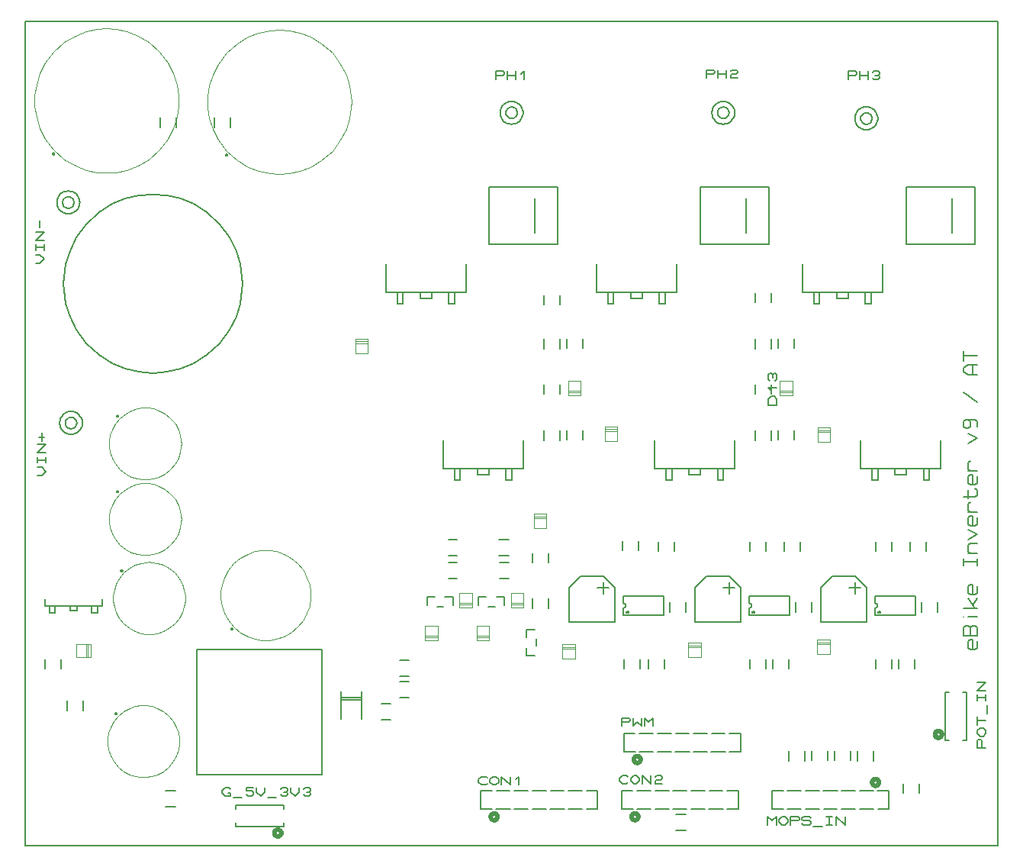
<source format=gbr>
G04 PROTEUS RS274X GERBER FILE*
%FSLAX45Y45*%
%MOMM*%
G01*
%ADD38C,0.203200*%
%ADD47C,0.101600*%
%ADD48C,0.200000*%
%ADD11C,0.508000*%
%ADD49C,0.152400*%
%ADD50C,0.120000*%
D38*
X-1079500Y-6413500D02*
X+9715500Y-6413500D01*
X+9715500Y+2730500D01*
X-1079500Y+2730500D01*
X-1079500Y-6413500D01*
X+6413500Y+254000D02*
X+7175500Y+254000D01*
X+7175500Y+889000D01*
X+6413500Y+889000D01*
X+6413500Y+254000D01*
X+6921500Y+762000D02*
X+6921500Y+381000D01*
X+8699500Y+254000D02*
X+9461500Y+254000D01*
X+9461500Y+889000D01*
X+8699500Y+889000D01*
X+8699500Y+254000D01*
X+9207500Y+762000D02*
X+9207500Y+381000D01*
X+4064000Y+254000D02*
X+4826000Y+254000D01*
X+4826000Y+889000D01*
X+4064000Y+889000D01*
X+4064000Y+254000D01*
X+4572000Y+762000D02*
X+4572000Y+381000D01*
X+4445000Y+1714500D02*
X+4444573Y+1724909D01*
X+4441101Y+1745728D01*
X+4433845Y+1766547D01*
X+4422017Y+1787366D01*
X+4403920Y+1808024D01*
X+4383101Y+1823545D01*
X+4362282Y+1833530D01*
X+4341463Y+1839314D01*
X+4320644Y+1841472D01*
X+4318000Y+1841500D01*
X+4191000Y+1714500D02*
X+4191427Y+1724909D01*
X+4194899Y+1745728D01*
X+4202155Y+1766547D01*
X+4213983Y+1787366D01*
X+4232080Y+1808024D01*
X+4252899Y+1823545D01*
X+4273718Y+1833530D01*
X+4294537Y+1839314D01*
X+4315356Y+1841472D01*
X+4318000Y+1841500D01*
X+4191000Y+1714500D02*
X+4191427Y+1704091D01*
X+4194899Y+1683272D01*
X+4202155Y+1662453D01*
X+4213983Y+1641634D01*
X+4232080Y+1620976D01*
X+4252899Y+1605455D01*
X+4273718Y+1595470D01*
X+4294537Y+1589686D01*
X+4315356Y+1587528D01*
X+4318000Y+1587500D01*
X+4445000Y+1714500D02*
X+4444573Y+1704091D01*
X+4441101Y+1683272D01*
X+4433845Y+1662453D01*
X+4422017Y+1641634D01*
X+4403920Y+1620976D01*
X+4383101Y+1605455D01*
X+4362282Y+1595470D01*
X+4341463Y+1589686D01*
X+4320644Y+1587528D01*
X+4318000Y+1587500D01*
X+4381500Y+1714500D02*
X+4381283Y+1719747D01*
X+4379518Y+1730242D01*
X+4375826Y+1740737D01*
X+4369798Y+1751232D01*
X+4360576Y+1761612D01*
X+4350081Y+1769300D01*
X+4339586Y+1774218D01*
X+4329091Y+1777024D01*
X+4318596Y+1777997D01*
X+4318000Y+1778000D01*
X+4254500Y+1714500D02*
X+4254717Y+1719747D01*
X+4256482Y+1730242D01*
X+4260174Y+1740737D01*
X+4266202Y+1751232D01*
X+4275424Y+1761612D01*
X+4285919Y+1769300D01*
X+4296414Y+1774218D01*
X+4306909Y+1777024D01*
X+4317404Y+1777997D01*
X+4318000Y+1778000D01*
X+4254500Y+1714500D02*
X+4254717Y+1709253D01*
X+4256482Y+1698758D01*
X+4260174Y+1688263D01*
X+4266202Y+1677768D01*
X+4275424Y+1667388D01*
X+4285919Y+1659700D01*
X+4296414Y+1654782D01*
X+4306909Y+1651976D01*
X+4317404Y+1651003D01*
X+4318000Y+1651000D01*
X+4381500Y+1714500D02*
X+4381283Y+1709253D01*
X+4379518Y+1698758D01*
X+4375826Y+1688263D01*
X+4369798Y+1677768D01*
X+4360576Y+1667388D01*
X+4350081Y+1659700D01*
X+4339586Y+1654782D01*
X+4329091Y+1651976D01*
X+4318596Y+1651003D01*
X+4318000Y+1651000D01*
X+4140200Y+2085340D02*
X+4140200Y+2176780D01*
X+4219575Y+2176780D01*
X+4235450Y+2161540D01*
X+4235450Y+2146300D01*
X+4219575Y+2131060D01*
X+4140200Y+2131060D01*
X+4267200Y+2085340D02*
X+4267200Y+2176780D01*
X+4362450Y+2176780D02*
X+4362450Y+2085340D01*
X+4267200Y+2131060D02*
X+4362450Y+2131060D01*
X+4425950Y+2146300D02*
X+4457700Y+2176780D01*
X+4457700Y+2085340D01*
X+6794500Y+1714500D02*
X+6794073Y+1724909D01*
X+6790601Y+1745728D01*
X+6783345Y+1766547D01*
X+6771517Y+1787366D01*
X+6753420Y+1808024D01*
X+6732601Y+1823545D01*
X+6711782Y+1833530D01*
X+6690963Y+1839314D01*
X+6670144Y+1841472D01*
X+6667500Y+1841500D01*
X+6540500Y+1714500D02*
X+6540927Y+1724909D01*
X+6544399Y+1745728D01*
X+6551655Y+1766547D01*
X+6563483Y+1787366D01*
X+6581580Y+1808024D01*
X+6602399Y+1823545D01*
X+6623218Y+1833530D01*
X+6644037Y+1839314D01*
X+6664856Y+1841472D01*
X+6667500Y+1841500D01*
X+6540500Y+1714500D02*
X+6540927Y+1704091D01*
X+6544399Y+1683272D01*
X+6551655Y+1662453D01*
X+6563483Y+1641634D01*
X+6581580Y+1620976D01*
X+6602399Y+1605455D01*
X+6623218Y+1595470D01*
X+6644037Y+1589686D01*
X+6664856Y+1587528D01*
X+6667500Y+1587500D01*
X+6794500Y+1714500D02*
X+6794073Y+1704091D01*
X+6790601Y+1683272D01*
X+6783345Y+1662453D01*
X+6771517Y+1641634D01*
X+6753420Y+1620976D01*
X+6732601Y+1605455D01*
X+6711782Y+1595470D01*
X+6690963Y+1589686D01*
X+6670144Y+1587528D01*
X+6667500Y+1587500D01*
X+6731000Y+1714500D02*
X+6730783Y+1719747D01*
X+6729018Y+1730242D01*
X+6725326Y+1740737D01*
X+6719298Y+1751232D01*
X+6710076Y+1761612D01*
X+6699581Y+1769300D01*
X+6689086Y+1774218D01*
X+6678591Y+1777024D01*
X+6668096Y+1777997D01*
X+6667500Y+1778000D01*
X+6604000Y+1714500D02*
X+6604217Y+1719747D01*
X+6605982Y+1730242D01*
X+6609674Y+1740737D01*
X+6615702Y+1751232D01*
X+6624924Y+1761612D01*
X+6635419Y+1769300D01*
X+6645914Y+1774218D01*
X+6656409Y+1777024D01*
X+6666904Y+1777997D01*
X+6667500Y+1778000D01*
X+6604000Y+1714500D02*
X+6604217Y+1709253D01*
X+6605982Y+1698758D01*
X+6609674Y+1688263D01*
X+6615702Y+1677768D01*
X+6624924Y+1667388D01*
X+6635419Y+1659700D01*
X+6645914Y+1654782D01*
X+6656409Y+1651976D01*
X+6666904Y+1651003D01*
X+6667500Y+1651000D01*
X+6731000Y+1714500D02*
X+6730783Y+1709253D01*
X+6729018Y+1698758D01*
X+6725326Y+1688263D01*
X+6719298Y+1677768D01*
X+6710076Y+1667388D01*
X+6699581Y+1659700D01*
X+6689086Y+1654782D01*
X+6678591Y+1651976D01*
X+6668096Y+1651003D01*
X+6667500Y+1651000D01*
X+6477000Y+2098040D02*
X+6477000Y+2189480D01*
X+6556375Y+2189480D01*
X+6572250Y+2174240D01*
X+6572250Y+2159000D01*
X+6556375Y+2143760D01*
X+6477000Y+2143760D01*
X+6604000Y+2098040D02*
X+6604000Y+2189480D01*
X+6699250Y+2189480D02*
X+6699250Y+2098040D01*
X+6604000Y+2143760D02*
X+6699250Y+2143760D01*
X+6746875Y+2174240D02*
X+6762750Y+2189480D01*
X+6810375Y+2189480D01*
X+6826250Y+2174240D01*
X+6826250Y+2159000D01*
X+6810375Y+2143760D01*
X+6762750Y+2143760D01*
X+6746875Y+2128520D01*
X+6746875Y+2098040D01*
X+6826250Y+2098040D01*
X+8382000Y+1651000D02*
X+8381573Y+1661409D01*
X+8378101Y+1682228D01*
X+8370845Y+1703047D01*
X+8359017Y+1723866D01*
X+8340920Y+1744524D01*
X+8320101Y+1760045D01*
X+8299282Y+1770030D01*
X+8278463Y+1775814D01*
X+8257644Y+1777972D01*
X+8255000Y+1778000D01*
X+8128000Y+1651000D02*
X+8128427Y+1661409D01*
X+8131899Y+1682228D01*
X+8139155Y+1703047D01*
X+8150983Y+1723866D01*
X+8169080Y+1744524D01*
X+8189899Y+1760045D01*
X+8210718Y+1770030D01*
X+8231537Y+1775814D01*
X+8252356Y+1777972D01*
X+8255000Y+1778000D01*
X+8128000Y+1651000D02*
X+8128427Y+1640591D01*
X+8131899Y+1619772D01*
X+8139155Y+1598953D01*
X+8150983Y+1578134D01*
X+8169080Y+1557476D01*
X+8189899Y+1541955D01*
X+8210718Y+1531970D01*
X+8231537Y+1526186D01*
X+8252356Y+1524028D01*
X+8255000Y+1524000D01*
X+8382000Y+1651000D02*
X+8381573Y+1640591D01*
X+8378101Y+1619772D01*
X+8370845Y+1598953D01*
X+8359017Y+1578134D01*
X+8340920Y+1557476D01*
X+8320101Y+1541955D01*
X+8299282Y+1531970D01*
X+8278463Y+1526186D01*
X+8257644Y+1524028D01*
X+8255000Y+1524000D01*
X+8318500Y+1651000D02*
X+8318283Y+1656247D01*
X+8316518Y+1666742D01*
X+8312826Y+1677237D01*
X+8306798Y+1687732D01*
X+8297576Y+1698112D01*
X+8287081Y+1705800D01*
X+8276586Y+1710718D01*
X+8266091Y+1713524D01*
X+8255596Y+1714497D01*
X+8255000Y+1714500D01*
X+8191500Y+1651000D02*
X+8191717Y+1656247D01*
X+8193482Y+1666742D01*
X+8197174Y+1677237D01*
X+8203202Y+1687732D01*
X+8212424Y+1698112D01*
X+8222919Y+1705800D01*
X+8233414Y+1710718D01*
X+8243909Y+1713524D01*
X+8254404Y+1714497D01*
X+8255000Y+1714500D01*
X+8191500Y+1651000D02*
X+8191717Y+1645753D01*
X+8193482Y+1635258D01*
X+8197174Y+1624763D01*
X+8203202Y+1614268D01*
X+8212424Y+1603888D01*
X+8222919Y+1596200D01*
X+8233414Y+1591282D01*
X+8243909Y+1588476D01*
X+8254404Y+1587503D01*
X+8255000Y+1587500D01*
X+8318500Y+1651000D02*
X+8318283Y+1645753D01*
X+8316518Y+1635258D01*
X+8312826Y+1624763D01*
X+8306798Y+1614268D01*
X+8297576Y+1603888D01*
X+8287081Y+1596200D01*
X+8276586Y+1591282D01*
X+8266091Y+1588476D01*
X+8255596Y+1587503D01*
X+8255000Y+1587500D01*
X+8051800Y+2085340D02*
X+8051800Y+2176780D01*
X+8131175Y+2176780D01*
X+8147050Y+2161540D01*
X+8147050Y+2146300D01*
X+8131175Y+2131060D01*
X+8051800Y+2131060D01*
X+8178800Y+2085340D02*
X+8178800Y+2176780D01*
X+8274050Y+2176780D02*
X+8274050Y+2085340D01*
X+8178800Y+2131060D02*
X+8274050Y+2131060D01*
X+8321675Y+2161540D02*
X+8337550Y+2176780D01*
X+8385175Y+2176780D01*
X+8401050Y+2161540D01*
X+8401050Y+2146300D01*
X+8385175Y+2131060D01*
X+8401050Y+2115820D01*
X+8401050Y+2100580D01*
X+8385175Y+2085340D01*
X+8337550Y+2085340D01*
X+8321675Y+2100580D01*
X+8353425Y+2131060D02*
X+8385175Y+2131060D01*
X-863600Y-3683000D02*
X-863600Y-3759200D01*
X-228600Y-3759200D01*
X-228600Y-3683000D01*
X-584200Y-3759200D02*
X-584200Y-3810000D01*
X-508000Y-3810000D01*
X-508000Y-3759200D01*
X-812800Y-3759200D02*
X-812800Y-3835400D01*
X-749300Y-3835400D01*
X-749300Y-3759200D01*
X-279400Y-3759200D02*
X-279400Y-3835400D01*
X-342900Y-3835400D01*
X-342900Y-3759200D02*
X-342900Y-3835400D01*
D47*
X-384910Y-4324500D02*
X-384910Y-4184500D01*
X-404910Y-4324500D02*
X-404910Y-4184500D01*
X-514910Y-4324500D02*
X-354910Y-4324500D01*
X-354910Y-4184500D01*
X-514910Y-4184500D01*
X-514910Y-4324500D01*
D48*
X-684700Y-4449500D02*
X-684700Y-4349500D01*
X-864700Y-4449500D02*
X-864700Y-4349500D01*
D38*
X+825500Y-5626100D02*
X+2209800Y-5626100D01*
X+2209800Y-4241800D01*
X+825500Y-4241800D01*
X+825500Y-5626100D01*
X+2425700Y-4772600D02*
X+2654300Y-4772600D01*
X+2654300Y-4798000D02*
X+2425700Y-4798000D01*
X+2425700Y-5013900D02*
X+2425700Y-4709100D01*
X+2654300Y-5013900D02*
X+2654300Y-4709100D01*
D48*
X-617800Y-4806700D02*
X-617800Y-4916700D01*
X-437800Y-4806700D02*
X-437800Y-4916700D01*
X+3179500Y-4355000D02*
X+3079500Y-4355000D01*
X+3179500Y-4535000D02*
X+3079500Y-4535000D01*
X+418000Y+1665500D02*
X+418000Y+1555500D01*
X+598000Y+1665500D02*
X+598000Y+1555500D01*
X+1014900Y+1665500D02*
X+1014900Y+1555500D01*
X+1194900Y+1665500D02*
X+1194900Y+1555500D01*
D38*
X-475309Y+718491D02*
X-475736Y+728900D01*
X-479208Y+749719D01*
X-486464Y+770538D01*
X-498292Y+791357D01*
X-516389Y+812015D01*
X-537208Y+827536D01*
X-558027Y+837521D01*
X-578846Y+843305D01*
X-599665Y+845463D01*
X-602309Y+845491D01*
X-729309Y+718491D02*
X-728882Y+728900D01*
X-725410Y+749719D01*
X-718154Y+770538D01*
X-706326Y+791357D01*
X-688229Y+812015D01*
X-667410Y+827536D01*
X-646591Y+837521D01*
X-625772Y+843305D01*
X-604953Y+845463D01*
X-602309Y+845491D01*
X-729309Y+718491D02*
X-728882Y+708082D01*
X-725410Y+687263D01*
X-718154Y+666444D01*
X-706326Y+645625D01*
X-688229Y+624967D01*
X-667410Y+609446D01*
X-646591Y+599461D01*
X-625772Y+593677D01*
X-604953Y+591519D01*
X-602309Y+591491D01*
X-475309Y+718491D02*
X-475736Y+708082D01*
X-479208Y+687263D01*
X-486464Y+666444D01*
X-498292Y+645625D01*
X-516389Y+624967D01*
X-537208Y+609446D01*
X-558027Y+599461D01*
X-578846Y+593677D01*
X-599665Y+591519D01*
X-602309Y+591491D01*
X-538809Y+718491D02*
X-539026Y+723738D01*
X-540791Y+734233D01*
X-544483Y+744728D01*
X-550511Y+755223D01*
X-559733Y+765603D01*
X-570228Y+773291D01*
X-580723Y+778209D01*
X-591218Y+781015D01*
X-601713Y+781988D01*
X-602309Y+781991D01*
X-665809Y+718491D02*
X-665592Y+723738D01*
X-663827Y+734233D01*
X-660135Y+744728D01*
X-654107Y+755223D01*
X-644885Y+765603D01*
X-634390Y+773291D01*
X-623895Y+778209D01*
X-613400Y+781015D01*
X-602905Y+781988D01*
X-602309Y+781991D01*
X-665809Y+718491D02*
X-665592Y+713244D01*
X-663827Y+702749D01*
X-660135Y+692254D01*
X-654107Y+681759D01*
X-644885Y+671379D01*
X-634390Y+663691D01*
X-623895Y+658773D01*
X-613400Y+655967D01*
X-602905Y+654994D01*
X-602309Y+654991D01*
X-538809Y+718491D02*
X-539026Y+713244D01*
X-540791Y+702749D01*
X-544483Y+692254D01*
X-550511Y+681759D01*
X-559733Y+671379D01*
X-570228Y+663691D01*
X-580723Y+658773D01*
X-591218Y+655967D01*
X-601713Y+654994D01*
X-602309Y+654991D01*
X-962989Y+45391D02*
X-917269Y+45391D01*
X-871549Y+93016D01*
X-917269Y+140641D01*
X-962989Y+140641D01*
X-962989Y+188266D02*
X-962989Y+251766D01*
X-962989Y+220016D02*
X-871549Y+220016D01*
X-871549Y+188266D02*
X-871549Y+251766D01*
X-871549Y+299391D02*
X-962989Y+299391D01*
X-871549Y+394641D01*
X-962989Y+394641D01*
X-917269Y+442266D02*
X-917269Y+521641D01*
X-444500Y-1727200D02*
X-444927Y-1716791D01*
X-448399Y-1695972D01*
X-455655Y-1675153D01*
X-467483Y-1654334D01*
X-485580Y-1633676D01*
X-506399Y-1618155D01*
X-527218Y-1608170D01*
X-548037Y-1602386D01*
X-568856Y-1600228D01*
X-571500Y-1600200D01*
X-698500Y-1727200D02*
X-698073Y-1716791D01*
X-694601Y-1695972D01*
X-687345Y-1675153D01*
X-675517Y-1654334D01*
X-657420Y-1633676D01*
X-636601Y-1618155D01*
X-615782Y-1608170D01*
X-594963Y-1602386D01*
X-574144Y-1600228D01*
X-571500Y-1600200D01*
X-698500Y-1727200D02*
X-698073Y-1737609D01*
X-694601Y-1758428D01*
X-687345Y-1779247D01*
X-675517Y-1800066D01*
X-657420Y-1820724D01*
X-636601Y-1836245D01*
X-615782Y-1846230D01*
X-594963Y-1852014D01*
X-574144Y-1854172D01*
X-571500Y-1854200D01*
X-444500Y-1727200D02*
X-444927Y-1737609D01*
X-448399Y-1758428D01*
X-455655Y-1779247D01*
X-467483Y-1800066D01*
X-485580Y-1820724D01*
X-506399Y-1836245D01*
X-527218Y-1846230D01*
X-548037Y-1852014D01*
X-568856Y-1854172D01*
X-571500Y-1854200D01*
X-508000Y-1727200D02*
X-508217Y-1721953D01*
X-509982Y-1711458D01*
X-513674Y-1700963D01*
X-519702Y-1690468D01*
X-528924Y-1680088D01*
X-539419Y-1672400D01*
X-549914Y-1667482D01*
X-560409Y-1664676D01*
X-570904Y-1663703D01*
X-571500Y-1663700D01*
X-635000Y-1727200D02*
X-634783Y-1721953D01*
X-633018Y-1711458D01*
X-629326Y-1700963D01*
X-623298Y-1690468D01*
X-614076Y-1680088D01*
X-603581Y-1672400D01*
X-593086Y-1667482D01*
X-582591Y-1664676D01*
X-572096Y-1663703D01*
X-571500Y-1663700D01*
X-635000Y-1727200D02*
X-634783Y-1732447D01*
X-633018Y-1742942D01*
X-629326Y-1753437D01*
X-623298Y-1763932D01*
X-614076Y-1774312D01*
X-603581Y-1782000D01*
X-593086Y-1786918D01*
X-582591Y-1789724D01*
X-572096Y-1790697D01*
X-571500Y-1790700D01*
X-508000Y-1727200D02*
X-508217Y-1732447D01*
X-509982Y-1742942D01*
X-513674Y-1753437D01*
X-519702Y-1763932D01*
X-528924Y-1774312D01*
X-539419Y-1782000D01*
X-549914Y-1786918D01*
X-560409Y-1789724D01*
X-570904Y-1790697D01*
X-571500Y-1790700D01*
X-942340Y-2311400D02*
X-896620Y-2311400D01*
X-850900Y-2263775D01*
X-896620Y-2216150D01*
X-942340Y-2216150D01*
X-942340Y-2168525D02*
X-942340Y-2105025D01*
X-942340Y-2136775D02*
X-850900Y-2136775D01*
X-850900Y-2168525D02*
X-850900Y-2105025D01*
X-850900Y-2057400D02*
X-942340Y-2057400D01*
X-850900Y-1962150D01*
X-942340Y-1962150D01*
X-896620Y-1930400D02*
X-896620Y-1835150D01*
X-927100Y-1882775D02*
X-866140Y-1882775D01*
D48*
X+5942500Y-3043500D02*
X+5942500Y-3143500D01*
X+6122500Y-3043500D02*
X+6122500Y-3143500D01*
X+5548800Y-3041400D02*
X+5548800Y-3141400D01*
X+5728800Y-3041400D02*
X+5728800Y-3141400D01*
D38*
X+5554980Y-3860800D02*
X+5554980Y-3779838D01*
X+5565601Y-3777756D01*
X+5574167Y-3772036D01*
X+5579886Y-3763471D01*
X+5581968Y-3752850D01*
X+5554980Y-3725862D02*
X+5565601Y-3727944D01*
X+5574167Y-3733664D01*
X+5579886Y-3742229D01*
X+5581968Y-3752850D01*
X+5554980Y-3725862D02*
X+5554980Y-3644900D01*
X+6002020Y-3784600D02*
X+6002020Y-3721100D01*
X+5588000Y-3860800D02*
X+5969000Y-3860800D01*
X+5588000Y-3644900D02*
X+5969000Y-3644900D01*
X+5588000Y-3860800D02*
X+5554980Y-3860800D01*
X+5554980Y-3644900D02*
X+5588000Y-3644900D01*
X+6002020Y-3721100D02*
X+6002020Y-3644900D01*
X+5969000Y-3644900D01*
X+5969000Y-3860800D02*
X+6002020Y-3860800D01*
X+6002020Y-3784600D01*
X+5614416Y-3825240D02*
X+5614381Y-3824395D01*
X+5614094Y-3822704D01*
X+5613495Y-3821013D01*
X+5612515Y-3819322D01*
X+5611015Y-3817654D01*
X+5609324Y-3816434D01*
X+5607633Y-3815658D01*
X+5605942Y-3815221D01*
X+5604256Y-3815080D01*
X+5594096Y-3825240D02*
X+5594131Y-3824395D01*
X+5594418Y-3822704D01*
X+5595017Y-3821013D01*
X+5595997Y-3819322D01*
X+5597497Y-3817654D01*
X+5599188Y-3816434D01*
X+5600879Y-3815658D01*
X+5602570Y-3815221D01*
X+5604256Y-3815080D01*
X+5594096Y-3825240D02*
X+5594131Y-3826085D01*
X+5594418Y-3827776D01*
X+5595017Y-3829467D01*
X+5595997Y-3831158D01*
X+5597497Y-3832826D01*
X+5599188Y-3834046D01*
X+5600879Y-3834822D01*
X+5602570Y-3835259D01*
X+5604256Y-3835400D01*
X+5614416Y-3825240D02*
X+5614381Y-3826085D01*
X+5614094Y-3827776D01*
X+5613495Y-3829467D01*
X+5612515Y-3831158D01*
X+5611015Y-3832826D01*
X+5609324Y-3834046D01*
X+5607633Y-3834822D01*
X+5605942Y-3835259D01*
X+5604256Y-3835400D01*
X+6951980Y-3860800D02*
X+6951980Y-3779838D01*
X+6962601Y-3777756D01*
X+6971167Y-3772036D01*
X+6976886Y-3763471D01*
X+6978968Y-3752850D01*
X+6951980Y-3725862D02*
X+6962601Y-3727944D01*
X+6971167Y-3733664D01*
X+6976886Y-3742229D01*
X+6978968Y-3752850D01*
X+6951980Y-3725862D02*
X+6951980Y-3644900D01*
X+7399020Y-3784600D02*
X+7399020Y-3721100D01*
X+6985000Y-3860800D02*
X+7366000Y-3860800D01*
X+6985000Y-3644900D02*
X+7366000Y-3644900D01*
X+6985000Y-3860800D02*
X+6951980Y-3860800D01*
X+6951980Y-3644900D02*
X+6985000Y-3644900D01*
X+7399020Y-3721100D02*
X+7399020Y-3644900D01*
X+7366000Y-3644900D01*
X+7366000Y-3860800D02*
X+7399020Y-3860800D01*
X+7399020Y-3784600D01*
X+7011416Y-3825240D02*
X+7011381Y-3824395D01*
X+7011094Y-3822704D01*
X+7010495Y-3821013D01*
X+7009515Y-3819322D01*
X+7008015Y-3817654D01*
X+7006324Y-3816434D01*
X+7004633Y-3815658D01*
X+7002942Y-3815221D01*
X+7001256Y-3815080D01*
X+6991096Y-3825240D02*
X+6991131Y-3824395D01*
X+6991418Y-3822704D01*
X+6992017Y-3821013D01*
X+6992997Y-3819322D01*
X+6994497Y-3817654D01*
X+6996188Y-3816434D01*
X+6997879Y-3815658D01*
X+6999570Y-3815221D01*
X+7001256Y-3815080D01*
X+6991096Y-3825240D02*
X+6991131Y-3826085D01*
X+6991418Y-3827776D01*
X+6992017Y-3829467D01*
X+6992997Y-3831158D01*
X+6994497Y-3832826D01*
X+6996188Y-3834046D01*
X+6997879Y-3834822D01*
X+6999570Y-3835259D01*
X+7001256Y-3835400D01*
X+7011416Y-3825240D02*
X+7011381Y-3826085D01*
X+7011094Y-3827776D01*
X+7010495Y-3829467D01*
X+7009515Y-3831158D01*
X+7008015Y-3832826D01*
X+7006324Y-3834046D01*
X+7004633Y-3834822D01*
X+7002942Y-3835259D01*
X+7001256Y-3835400D01*
X+8348980Y-3860800D02*
X+8348980Y-3779838D01*
X+8359601Y-3777756D01*
X+8368167Y-3772036D01*
X+8373886Y-3763471D01*
X+8375968Y-3752850D01*
X+8348980Y-3725862D02*
X+8359601Y-3727944D01*
X+8368167Y-3733664D01*
X+8373886Y-3742229D01*
X+8375968Y-3752850D01*
X+8348980Y-3725862D02*
X+8348980Y-3644900D01*
X+8796020Y-3784600D02*
X+8796020Y-3721100D01*
X+8382000Y-3860800D02*
X+8763000Y-3860800D01*
X+8382000Y-3644900D02*
X+8763000Y-3644900D01*
X+8382000Y-3860800D02*
X+8348980Y-3860800D01*
X+8348980Y-3644900D02*
X+8382000Y-3644900D01*
X+8796020Y-3721100D02*
X+8796020Y-3644900D01*
X+8763000Y-3644900D01*
X+8763000Y-3860800D02*
X+8796020Y-3860800D01*
X+8796020Y-3784600D01*
X+8408416Y-3825240D02*
X+8408381Y-3824395D01*
X+8408094Y-3822704D01*
X+8407495Y-3821013D01*
X+8406515Y-3819322D01*
X+8405015Y-3817654D01*
X+8403324Y-3816434D01*
X+8401633Y-3815658D01*
X+8399942Y-3815221D01*
X+8398256Y-3815080D01*
X+8388096Y-3825240D02*
X+8388131Y-3824395D01*
X+8388418Y-3822704D01*
X+8389017Y-3821013D01*
X+8389997Y-3819322D01*
X+8391497Y-3817654D01*
X+8393188Y-3816434D01*
X+8394879Y-3815658D01*
X+8396570Y-3815221D01*
X+8398256Y-3815080D01*
X+8388096Y-3825240D02*
X+8388131Y-3826085D01*
X+8388418Y-3827776D01*
X+8389017Y-3829467D01*
X+8389997Y-3831158D01*
X+8391497Y-3832826D01*
X+8393188Y-3834046D01*
X+8394879Y-3834822D01*
X+8396570Y-3835259D01*
X+8398256Y-3835400D01*
X+8408416Y-3825240D02*
X+8408381Y-3826085D01*
X+8408094Y-3827776D01*
X+8407495Y-3829467D01*
X+8406515Y-3831158D01*
X+8405015Y-3832826D01*
X+8403324Y-3834046D01*
X+8401633Y-3834822D01*
X+8399942Y-3835259D01*
X+8398256Y-3835400D01*
D48*
X+6958500Y-3043500D02*
X+6958500Y-3143500D01*
X+7138500Y-3043500D02*
X+7138500Y-3143500D01*
D38*
X+5461000Y-3556000D02*
X+5334000Y-3429000D01*
X+5080000Y-3429000D01*
X+4953000Y-3556000D01*
X+4953000Y-3937000D01*
X+5461000Y-3937000D01*
X+5461000Y-3556000D01*
X+5334000Y-3492500D02*
X+5334000Y-3619500D01*
X+5397500Y-3556000D02*
X+5270500Y-3556000D01*
X+6858000Y-3556000D02*
X+6731000Y-3429000D01*
X+6477000Y-3429000D01*
X+6350000Y-3556000D01*
X+6350000Y-3937000D01*
X+6858000Y-3937000D01*
X+6858000Y-3556000D01*
X+6731000Y-3492500D02*
X+6731000Y-3619500D01*
X+6794500Y-3556000D02*
X+6667500Y-3556000D01*
X+8255000Y-3556000D02*
X+8128000Y-3429000D01*
X+7874000Y-3429000D01*
X+7747000Y-3556000D01*
X+7747000Y-3937000D01*
X+8255000Y-3937000D01*
X+8255000Y-3556000D01*
X+8128000Y-3492500D02*
X+8128000Y-3619500D01*
X+8191500Y-3556000D02*
X+8064500Y-3556000D01*
D47*
X+5023000Y-4213960D02*
X+4883000Y-4213960D01*
X+5023000Y-4233960D02*
X+4883000Y-4233960D01*
X+4883000Y-4343960D02*
X+5023000Y-4343960D01*
X+5023000Y-4183960D01*
X+4883000Y-4183960D01*
X+4883000Y-4343960D01*
X+6420000Y-4194910D02*
X+6280000Y-4194910D01*
X+6420000Y-4214910D02*
X+6280000Y-4214910D01*
X+6280000Y-4324910D02*
X+6420000Y-4324910D01*
X+6420000Y-4164910D01*
X+6280000Y-4164910D01*
X+6280000Y-4324910D01*
X+7848750Y-4163160D02*
X+7708750Y-4163160D01*
X+7848750Y-4183160D02*
X+7708750Y-4183160D01*
X+7708750Y-4293160D02*
X+7848750Y-4293160D01*
X+7848750Y-4133160D01*
X+7708750Y-4133160D01*
X+7708750Y-4293160D01*
D48*
X+6069500Y-3714500D02*
X+6069500Y-3824500D01*
X+6249500Y-3714500D02*
X+6249500Y-3824500D01*
X+7466500Y-3714500D02*
X+7466500Y-3824500D01*
X+7646500Y-3714500D02*
X+7646500Y-3824500D01*
X+8863500Y-3714500D02*
X+8863500Y-3824500D01*
X+9043500Y-3714500D02*
X+9043500Y-3824500D01*
X+7339500Y-3043500D02*
X+7339500Y-3143500D01*
X+7519500Y-3043500D02*
X+7519500Y-3143500D01*
X+8355500Y-3043500D02*
X+8355500Y-3143500D01*
X+8535500Y-3043500D02*
X+8535500Y-3143500D01*
X+8736500Y-3043500D02*
X+8736500Y-3143500D01*
X+8916500Y-3043500D02*
X+8916500Y-3143500D01*
X+5741500Y-4449500D02*
X+5741500Y-4349500D01*
X+5561500Y-4449500D02*
X+5561500Y-4349500D01*
X+6013000Y-4449500D02*
X+6013000Y-4349500D01*
X+5833000Y-4449500D02*
X+5833000Y-4349500D01*
X+7138500Y-4449500D02*
X+7138500Y-4349500D01*
X+6958500Y-4449500D02*
X+6958500Y-4349500D01*
X+4926500Y-793500D02*
X+4926500Y-893500D01*
X+5106500Y-793500D02*
X+5106500Y-893500D01*
X+4672500Y-313000D02*
X+4672500Y-413000D01*
X+4852500Y-313000D02*
X+4852500Y-413000D01*
X+4926500Y-1809500D02*
X+4926500Y-1909500D01*
X+5106500Y-1809500D02*
X+5106500Y-1909500D01*
X+4672500Y-1301500D02*
X+4672500Y-1401500D01*
X+4852500Y-1301500D02*
X+4852500Y-1401500D01*
X+4672500Y-793500D02*
X+4672500Y-903500D01*
X+4852500Y-793500D02*
X+4852500Y-903500D01*
X+4672500Y-1809500D02*
X+4672500Y-1919500D01*
X+4852500Y-1809500D02*
X+4852500Y-1919500D01*
X+7022000Y-793500D02*
X+7022000Y-903500D01*
X+7202000Y-793500D02*
X+7202000Y-903500D01*
X+7022000Y-1809500D02*
X+7022000Y-1919500D01*
X+7202000Y-1809500D02*
X+7202000Y-1919500D01*
X+7276000Y-793500D02*
X+7276000Y-893500D01*
X+7456000Y-793500D02*
X+7456000Y-893500D01*
X+7022000Y-285500D02*
X+7022000Y-385500D01*
X+7202000Y-285500D02*
X+7202000Y-385500D01*
X+7276000Y-1809500D02*
X+7276000Y-1909500D01*
X+7456000Y-1809500D02*
X+7456000Y-1909500D01*
X+7022000Y-1301500D02*
X+7022000Y-1401500D01*
X+7202000Y-1301500D02*
X+7202000Y-1401500D01*
D38*
X+3667760Y-3655060D02*
X+3578860Y-3655060D01*
X+3561080Y-3766820D02*
X+3489960Y-3766820D01*
X+3667760Y-3655060D02*
X+3667760Y-3746500D01*
X+3378200Y-3749040D02*
X+3378200Y-3655060D01*
X+3464560Y-3655060D01*
X+4239260Y-3655060D02*
X+4150360Y-3655060D01*
X+4132580Y-3766820D02*
X+4061460Y-3766820D01*
X+4239260Y-3655060D02*
X+4239260Y-3746500D01*
X+3949700Y-3749040D02*
X+3949700Y-3655060D01*
X+4036060Y-3655060D01*
X+4480560Y-4015740D02*
X+4480560Y-4104640D01*
X+4592320Y-4122420D02*
X+4592320Y-4193540D01*
X+4480560Y-4015740D02*
X+4572000Y-4015740D01*
X+4574540Y-4305300D02*
X+4480560Y-4305300D01*
X+4480560Y-4218940D01*
D47*
X+3740000Y-3742590D02*
X+3880000Y-3742590D01*
X+3740000Y-3722590D02*
X+3880000Y-3722590D01*
X+3740000Y-3772590D02*
X+3880000Y-3772590D01*
X+3880000Y-3612590D01*
X+3740000Y-3612590D01*
X+3740000Y-3772590D01*
X+3359000Y-4104540D02*
X+3499000Y-4104540D01*
X+3359000Y-4084540D02*
X+3499000Y-4084540D01*
X+3359000Y-4134540D02*
X+3499000Y-4134540D01*
X+3499000Y-3974540D01*
X+3359000Y-3974540D01*
X+3359000Y-4134540D01*
X+4311500Y-3742590D02*
X+4451500Y-3742590D01*
X+4311500Y-3722590D02*
X+4451500Y-3722590D01*
X+4311500Y-3772590D02*
X+4451500Y-3772590D01*
X+4451500Y-3612590D01*
X+4311500Y-3612590D01*
X+4311500Y-3772590D01*
X+3930500Y-4104540D02*
X+4070500Y-4104540D01*
X+3930500Y-4084540D02*
X+4070500Y-4084540D01*
X+3930500Y-4134540D02*
X+4070500Y-4134540D01*
X+4070500Y-3974540D01*
X+3930500Y-3974540D01*
X+3930500Y-4134540D01*
D48*
X+3615000Y-3455500D02*
X+3715000Y-3455500D01*
X+3615000Y-3275500D02*
X+3715000Y-3275500D01*
X+3615000Y-3201500D02*
X+3715000Y-3201500D01*
X+3615000Y-3021500D02*
X+3715000Y-3021500D01*
X+4286500Y-3275500D02*
X+4186500Y-3275500D01*
X+4286500Y-3455500D02*
X+4186500Y-3455500D01*
X+4545500Y-3170500D02*
X+4545500Y-3270500D01*
X+4725500Y-3170500D02*
X+4725500Y-3270500D01*
X+4725500Y-3778500D02*
X+4725500Y-3668500D01*
X+4545500Y-3778500D02*
X+4545500Y-3668500D01*
X+4286500Y-3021500D02*
X+4176500Y-3021500D01*
X+4286500Y-3201500D02*
X+4176500Y-3201500D01*
X+8789500Y-4449500D02*
X+8789500Y-4349500D01*
X+8609500Y-4449500D02*
X+8609500Y-4349500D01*
X+6255000Y-6069500D02*
X+6145000Y-6069500D01*
X+6255000Y-6249500D02*
X+6145000Y-6249500D01*
X+8335500Y-5475500D02*
X+8335500Y-5365500D01*
X+8155500Y-5475500D02*
X+8155500Y-5365500D01*
X+7573500Y-5475499D02*
X+7573500Y-5365499D01*
X+7393500Y-5475499D02*
X+7393500Y-5365499D01*
D11*
X+9093200Y-5181500D02*
X+9093069Y-5178342D01*
X+9092003Y-5172024D01*
X+9089772Y-5165706D01*
X+9086127Y-5159388D01*
X+9080552Y-5153149D01*
X+9074234Y-5148553D01*
X+9067916Y-5145620D01*
X+9061598Y-5143958D01*
X+9055280Y-5143400D01*
X+9055100Y-5143400D01*
X+9017000Y-5181500D02*
X+9017131Y-5178342D01*
X+9018197Y-5172024D01*
X+9020428Y-5165706D01*
X+9024073Y-5159388D01*
X+9029648Y-5153149D01*
X+9035966Y-5148553D01*
X+9042284Y-5145620D01*
X+9048602Y-5143958D01*
X+9054920Y-5143400D01*
X+9055100Y-5143400D01*
X+9017000Y-5181500D02*
X+9017131Y-5184658D01*
X+9018197Y-5190976D01*
X+9020428Y-5197294D01*
X+9024073Y-5203612D01*
X+9029648Y-5209851D01*
X+9035966Y-5214447D01*
X+9042284Y-5217380D01*
X+9048602Y-5219042D01*
X+9054920Y-5219600D01*
X+9055100Y-5219600D01*
X+9093200Y-5181500D02*
X+9093069Y-5184658D01*
X+9092003Y-5190976D01*
X+9089772Y-5197294D01*
X+9086127Y-5203612D01*
X+9080552Y-5209851D01*
X+9074234Y-5214447D01*
X+9067916Y-5217380D01*
X+9061598Y-5219042D01*
X+9055280Y-5219600D01*
X+9055100Y-5219600D01*
D49*
X+9126220Y-4711650D02*
X+9126220Y-5251350D01*
X+9169735Y-5251350D01*
X+9364980Y-5251350D02*
X+9364980Y-4711650D01*
X+9321465Y-4711650D01*
X+9169735Y-4711650D02*
X+9126220Y-4711650D01*
X+9321465Y-5251350D02*
X+9364980Y-5251350D01*
D38*
X+9580070Y-5330417D02*
X+9488630Y-5330417D01*
X+9488630Y-5251042D01*
X+9503870Y-5235167D01*
X+9519110Y-5235167D01*
X+9534350Y-5251042D01*
X+9534350Y-5330417D01*
X+9519110Y-5203417D02*
X+9488630Y-5171667D01*
X+9488630Y-5139917D01*
X+9519110Y-5108167D01*
X+9549590Y-5108167D01*
X+9580070Y-5139917D01*
X+9580070Y-5171667D01*
X+9549590Y-5203417D01*
X+9519110Y-5203417D01*
X+9488630Y-5076417D02*
X+9488630Y-4981167D01*
X+9488630Y-5028792D02*
X+9580070Y-5028792D01*
X+9595310Y-4949417D02*
X+9595310Y-4854167D01*
X+9488630Y-4806542D02*
X+9488630Y-4743042D01*
X+9488630Y-4774792D02*
X+9580070Y-4774792D01*
X+9580070Y-4806542D02*
X+9580070Y-4743042D01*
X+9580070Y-4695417D02*
X+9488630Y-4695417D01*
X+9580070Y-4600167D01*
X+9488630Y-4600167D01*
D48*
X+7392500Y-4449500D02*
X+7392500Y-4349500D01*
X+7212500Y-4449500D02*
X+7212500Y-4349500D01*
X+8535500Y-4449500D02*
X+8535500Y-4349500D01*
X+8355500Y-4449500D02*
X+8355500Y-4349500D01*
X+8663500Y-5730301D02*
X+8663500Y-5830301D01*
X+8843500Y-5730301D02*
X+8843500Y-5830301D01*
X+7901500Y-5365500D02*
X+7901500Y-5465500D01*
X+8081500Y-5365500D02*
X+8081500Y-5465500D01*
X+7647500Y-5365500D02*
X+7647500Y-5465500D01*
X+7827500Y-5365500D02*
X+7827500Y-5465500D01*
D11*
X+8394600Y-5715000D02*
X+8394469Y-5711842D01*
X+8393403Y-5705524D01*
X+8391172Y-5699206D01*
X+8387527Y-5692888D01*
X+8381952Y-5686649D01*
X+8375634Y-5682053D01*
X+8369316Y-5679120D01*
X+8362998Y-5677458D01*
X+8356680Y-5676900D01*
X+8356500Y-5676900D01*
X+8318400Y-5715000D02*
X+8318531Y-5711842D01*
X+8319597Y-5705524D01*
X+8321828Y-5699206D01*
X+8325473Y-5692888D01*
X+8331048Y-5686649D01*
X+8337366Y-5682053D01*
X+8343684Y-5679120D01*
X+8350002Y-5677458D01*
X+8356320Y-5676900D01*
X+8356500Y-5676900D01*
X+8318400Y-5715000D02*
X+8318531Y-5718158D01*
X+8319597Y-5724476D01*
X+8321828Y-5730794D01*
X+8325473Y-5737112D01*
X+8331048Y-5743351D01*
X+8337366Y-5747947D01*
X+8343684Y-5750880D01*
X+8350002Y-5752542D01*
X+8356320Y-5753100D01*
X+8356500Y-5753100D01*
X+8394600Y-5715000D02*
X+8394469Y-5718158D01*
X+8393403Y-5724476D01*
X+8391172Y-5730794D01*
X+8387527Y-5737112D01*
X+8381952Y-5743351D01*
X+8375634Y-5747947D01*
X+8369316Y-5750880D01*
X+8362998Y-5752542D01*
X+8356680Y-5753100D01*
X+8356500Y-5753100D01*
D49*
X+8505470Y-5804840D02*
X+8378907Y-5804840D01*
X+7207530Y-5804840D02*
X+7207530Y-6005500D01*
X+7331309Y-6005500D01*
X+8505470Y-6005500D02*
X+8505470Y-5804840D01*
X+7334093Y-5804840D02*
X+7207530Y-5804840D01*
X+7381691Y-6005500D02*
X+7531309Y-6005500D01*
X+7534093Y-5804840D02*
X+7378907Y-5804840D01*
X+7581691Y-6005500D02*
X+7731309Y-6005500D01*
X+7734093Y-5804840D02*
X+7578907Y-5804840D01*
X+7781691Y-6005500D02*
X+7931309Y-6005500D01*
X+7934093Y-5804840D02*
X+7778907Y-5804840D01*
X+7981691Y-6005500D02*
X+8131309Y-6005500D01*
X+8134093Y-5804840D02*
X+7978907Y-5804840D01*
X+8181691Y-6005500D02*
X+8331309Y-6005500D01*
X+8381691Y-6005500D02*
X+8505470Y-6005500D01*
X+8334093Y-5804840D02*
X+8178907Y-5804840D01*
D38*
X+7160134Y-6185840D02*
X+7160134Y-6094400D01*
X+7207759Y-6140120D01*
X+7255384Y-6094400D01*
X+7255384Y-6185840D01*
X+7287134Y-6124880D02*
X+7318884Y-6094400D01*
X+7350634Y-6094400D01*
X+7382384Y-6124880D01*
X+7382384Y-6155360D01*
X+7350634Y-6185840D01*
X+7318884Y-6185840D01*
X+7287134Y-6155360D01*
X+7287134Y-6124880D01*
X+7414134Y-6185840D02*
X+7414134Y-6094400D01*
X+7493509Y-6094400D01*
X+7509384Y-6109640D01*
X+7509384Y-6124880D01*
X+7493509Y-6140120D01*
X+7414134Y-6140120D01*
X+7541134Y-6170600D02*
X+7557009Y-6185840D01*
X+7620509Y-6185840D01*
X+7636384Y-6170600D01*
X+7636384Y-6155360D01*
X+7620509Y-6140120D01*
X+7557009Y-6140120D01*
X+7541134Y-6124880D01*
X+7541134Y-6109640D01*
X+7557009Y-6094400D01*
X+7620509Y-6094400D01*
X+7636384Y-6109640D01*
X+7668134Y-6201080D02*
X+7763384Y-6201080D01*
X+7811009Y-6094400D02*
X+7874509Y-6094400D01*
X+7842759Y-6094400D02*
X+7842759Y-6185840D01*
X+7811009Y-6185840D02*
X+7874509Y-6185840D01*
X+7922134Y-6185840D02*
X+7922134Y-6094400D01*
X+8017384Y-6185840D01*
X+8017384Y-6094400D01*
X+1330224Y-182377D02*
X+1327524Y-109240D01*
X+1305652Y+37035D01*
X+1260354Y+183310D01*
X+1187889Y+329585D01*
X+1080342Y+475860D01*
X+936571Y+608804D01*
X+790296Y+700566D01*
X+644021Y+761242D01*
X+497746Y+796629D01*
X+351471Y+809437D01*
X+338323Y+809524D01*
X-653578Y-182377D02*
X-650878Y-109240D01*
X-629006Y+37035D01*
X-583708Y+183310D01*
X-511243Y+329585D01*
X-403696Y+475860D01*
X-259925Y+608804D01*
X-113650Y+700566D01*
X+32625Y+761242D01*
X+178900Y+796629D01*
X+325175Y+809437D01*
X+338323Y+809524D01*
X-653578Y-182377D02*
X-650878Y-255514D01*
X-629006Y-401789D01*
X-583708Y-548064D01*
X-511243Y-694339D01*
X-403696Y-840614D01*
X-259925Y-973558D01*
X-113650Y-1065320D01*
X+32625Y-1125996D01*
X+178900Y-1161383D01*
X+325175Y-1174191D01*
X+338323Y-1174278D01*
X+1330224Y-182377D02*
X+1327524Y-255514D01*
X+1305652Y-401789D01*
X+1260354Y-548064D01*
X+1187889Y-694339D01*
X+1080342Y-840614D01*
X+936571Y-973558D01*
X+790296Y-1065320D01*
X+644021Y-1125996D01*
X+497746Y-1161383D01*
X+351471Y-1174191D01*
X+338323Y-1174278D01*
D50*
X+622200Y+1848200D02*
X+619922Y+1908532D01*
X+601456Y+2029197D01*
X+563145Y+2149862D01*
X+501641Y+2270527D01*
X+409703Y+2391192D01*
X+289914Y+2497233D01*
X+169249Y+2569003D01*
X+48584Y+2615501D01*
X-72081Y+2641184D01*
X-177800Y+2648200D01*
X-977800Y+1848200D02*
X-975522Y+1908532D01*
X-957056Y+2029197D01*
X-918745Y+2149862D01*
X-857241Y+2270527D01*
X-765303Y+2391192D01*
X-645514Y+2497233D01*
X-524849Y+2569003D01*
X-404184Y+2615501D01*
X-283519Y+2641184D01*
X-177800Y+2648200D01*
X-977800Y+1848200D02*
X-975522Y+1787868D01*
X-957056Y+1667203D01*
X-918745Y+1546538D01*
X-857241Y+1425873D01*
X-765303Y+1305208D01*
X-645514Y+1199167D01*
X-524849Y+1127397D01*
X-404184Y+1080899D01*
X-283519Y+1055216D01*
X-177800Y+1048200D01*
X+622200Y+1848200D02*
X+619922Y+1787868D01*
X+601456Y+1667203D01*
X+563145Y+1546538D01*
X+501641Y+1425873D01*
X+409703Y+1305208D01*
X+289914Y+1199167D01*
X+169249Y+1127397D01*
X+48584Y+1080899D01*
X-72081Y+1055216D01*
X-177800Y+1048200D01*
D48*
X-755800Y+1260200D02*
X-755835Y+1261031D01*
X-756116Y+1262695D01*
X-756706Y+1264359D01*
X-757670Y+1266023D01*
X-759145Y+1267664D01*
X-760809Y+1268865D01*
X-762473Y+1269630D01*
X-764137Y+1270061D01*
X-765800Y+1270200D01*
X-775800Y+1260200D02*
X-775765Y+1261031D01*
X-775484Y+1262695D01*
X-774894Y+1264359D01*
X-773930Y+1266023D01*
X-772455Y+1267664D01*
X-770791Y+1268865D01*
X-769127Y+1269630D01*
X-767463Y+1270061D01*
X-765800Y+1270200D01*
X-775800Y+1260200D02*
X-775765Y+1259369D01*
X-775484Y+1257705D01*
X-774894Y+1256041D01*
X-773930Y+1254377D01*
X-772455Y+1252736D01*
X-770791Y+1251535D01*
X-769127Y+1250770D01*
X-767463Y+1250339D01*
X-765800Y+1250200D01*
X-755800Y+1260200D02*
X-755835Y+1259369D01*
X-756116Y+1257705D01*
X-756706Y+1256041D01*
X-757670Y+1254377D01*
X-759145Y+1252736D01*
X-760809Y+1251535D01*
X-762473Y+1250770D01*
X-764137Y+1250339D01*
X-765800Y+1250200D01*
D50*
X+2539900Y+1835500D02*
X+2537622Y+1895832D01*
X+2519156Y+2016497D01*
X+2480845Y+2137162D01*
X+2419341Y+2257827D01*
X+2327403Y+2378492D01*
X+2207614Y+2484533D01*
X+2086949Y+2556303D01*
X+1966284Y+2602801D01*
X+1845619Y+2628484D01*
X+1739900Y+2635500D01*
X+939900Y+1835500D02*
X+942178Y+1895832D01*
X+960644Y+2016497D01*
X+998955Y+2137162D01*
X+1060459Y+2257827D01*
X+1152397Y+2378492D01*
X+1272186Y+2484533D01*
X+1392851Y+2556303D01*
X+1513516Y+2602801D01*
X+1634181Y+2628484D01*
X+1739900Y+2635500D01*
X+939900Y+1835500D02*
X+942178Y+1775168D01*
X+960644Y+1654503D01*
X+998955Y+1533838D01*
X+1060459Y+1413173D01*
X+1152397Y+1292508D01*
X+1272186Y+1186467D01*
X+1392851Y+1114697D01*
X+1513516Y+1068199D01*
X+1634181Y+1042516D01*
X+1739900Y+1035500D01*
X+2539900Y+1835500D02*
X+2537622Y+1775168D01*
X+2519156Y+1654503D01*
X+2480845Y+1533838D01*
X+2419341Y+1413173D01*
X+2327403Y+1292508D01*
X+2207614Y+1186467D01*
X+2086949Y+1114697D01*
X+1966284Y+1068199D01*
X+1845619Y+1042516D01*
X+1739900Y+1035500D01*
D48*
X+1161900Y+1247500D02*
X+1161865Y+1248331D01*
X+1161584Y+1249995D01*
X+1160994Y+1251659D01*
X+1160030Y+1253323D01*
X+1158555Y+1254964D01*
X+1156891Y+1256165D01*
X+1155227Y+1256930D01*
X+1153563Y+1257361D01*
X+1151900Y+1257500D01*
X+1141900Y+1247500D02*
X+1141935Y+1248331D01*
X+1142216Y+1249995D01*
X+1142806Y+1251659D01*
X+1143770Y+1253323D01*
X+1145245Y+1254964D01*
X+1146909Y+1256165D01*
X+1148573Y+1256930D01*
X+1150237Y+1257361D01*
X+1151900Y+1257500D01*
X+1141900Y+1247500D02*
X+1141935Y+1246669D01*
X+1142216Y+1245005D01*
X+1142806Y+1243341D01*
X+1143770Y+1241677D01*
X+1145245Y+1240036D01*
X+1146909Y+1238835D01*
X+1148573Y+1238070D01*
X+1150237Y+1237639D01*
X+1151900Y+1237500D01*
X+1161900Y+1247500D02*
X+1161865Y+1246669D01*
X+1161584Y+1245005D01*
X+1160994Y+1243341D01*
X+1160030Y+1241677D01*
X+1158555Y+1240036D01*
X+1156891Y+1238835D01*
X+1155227Y+1238070D01*
X+1153563Y+1237639D01*
X+1151900Y+1237500D01*
D11*
X+4162600Y-6096000D02*
X+4162469Y-6092842D01*
X+4161403Y-6086524D01*
X+4159172Y-6080206D01*
X+4155527Y-6073888D01*
X+4149952Y-6067649D01*
X+4143634Y-6063053D01*
X+4137316Y-6060120D01*
X+4130998Y-6058458D01*
X+4124680Y-6057900D01*
X+4124500Y-6057900D01*
X+4086400Y-6096000D02*
X+4086531Y-6092842D01*
X+4087597Y-6086524D01*
X+4089828Y-6080206D01*
X+4093473Y-6073888D01*
X+4099048Y-6067649D01*
X+4105366Y-6063053D01*
X+4111684Y-6060120D01*
X+4118002Y-6058458D01*
X+4124320Y-6057900D01*
X+4124500Y-6057900D01*
X+4086400Y-6096000D02*
X+4086531Y-6099158D01*
X+4087597Y-6105476D01*
X+4089828Y-6111794D01*
X+4093473Y-6118112D01*
X+4099048Y-6124351D01*
X+4105366Y-6128947D01*
X+4111684Y-6131880D01*
X+4118002Y-6133542D01*
X+4124320Y-6134100D01*
X+4124500Y-6134100D01*
X+4162600Y-6096000D02*
X+4162469Y-6099158D01*
X+4161403Y-6105476D01*
X+4159172Y-6111794D01*
X+4155527Y-6118112D01*
X+4149952Y-6124351D01*
X+4143634Y-6128947D01*
X+4137316Y-6131880D01*
X+4130998Y-6133542D01*
X+4124680Y-6134100D01*
X+4124500Y-6134100D01*
D49*
X+3975530Y-6006160D02*
X+4102093Y-6006160D01*
X+5273470Y-6006160D02*
X+5273470Y-5805500D01*
X+5149691Y-5805500D01*
X+3975530Y-5805500D02*
X+3975530Y-6006160D01*
X+5146907Y-6006160D02*
X+5273470Y-6006160D01*
X+5099309Y-5805500D02*
X+4949691Y-5805500D01*
X+4946907Y-6006160D02*
X+5102093Y-6006160D01*
X+4899309Y-5805500D02*
X+4749691Y-5805500D01*
X+4746907Y-6006160D02*
X+4902093Y-6006160D01*
X+4699309Y-5805500D02*
X+4549691Y-5805500D01*
X+4546907Y-6006160D02*
X+4702093Y-6006160D01*
X+4499309Y-5805500D02*
X+4349691Y-5805500D01*
X+4346907Y-6006160D02*
X+4502093Y-6006160D01*
X+4299309Y-5805500D02*
X+4149691Y-5805500D01*
X+4099309Y-5805500D02*
X+3975530Y-5805500D01*
X+4146907Y-6006160D02*
X+4302093Y-6006160D01*
D38*
X+4046650Y-5726760D02*
X+4030775Y-5742000D01*
X+3983150Y-5742000D01*
X+3951400Y-5711520D01*
X+3951400Y-5681040D01*
X+3983150Y-5650560D01*
X+4030775Y-5650560D01*
X+4046650Y-5665800D01*
X+4078400Y-5681040D02*
X+4110150Y-5650560D01*
X+4141900Y-5650560D01*
X+4173650Y-5681040D01*
X+4173650Y-5711520D01*
X+4141900Y-5742000D01*
X+4110150Y-5742000D01*
X+4078400Y-5711520D01*
X+4078400Y-5681040D01*
X+4205400Y-5742000D02*
X+4205400Y-5650560D01*
X+4300650Y-5742000D01*
X+4300650Y-5650560D01*
X+4364150Y-5681040D02*
X+4395900Y-5650560D01*
X+4395900Y-5742000D01*
D11*
X+5724600Y-6096000D02*
X+5724469Y-6092842D01*
X+5723403Y-6086524D01*
X+5721172Y-6080206D01*
X+5717527Y-6073888D01*
X+5711952Y-6067649D01*
X+5705634Y-6063053D01*
X+5699316Y-6060120D01*
X+5692998Y-6058458D01*
X+5686680Y-6057900D01*
X+5686500Y-6057900D01*
X+5648400Y-6096000D02*
X+5648531Y-6092842D01*
X+5649597Y-6086524D01*
X+5651828Y-6080206D01*
X+5655473Y-6073888D01*
X+5661048Y-6067649D01*
X+5667366Y-6063053D01*
X+5673684Y-6060120D01*
X+5680002Y-6058458D01*
X+5686320Y-6057900D01*
X+5686500Y-6057900D01*
X+5648400Y-6096000D02*
X+5648531Y-6099158D01*
X+5649597Y-6105476D01*
X+5651828Y-6111794D01*
X+5655473Y-6118112D01*
X+5661048Y-6124351D01*
X+5667366Y-6128947D01*
X+5673684Y-6131880D01*
X+5680002Y-6133542D01*
X+5686320Y-6134100D01*
X+5686500Y-6134100D01*
X+5724600Y-6096000D02*
X+5724469Y-6099158D01*
X+5723403Y-6105476D01*
X+5721172Y-6111794D01*
X+5717527Y-6118112D01*
X+5711952Y-6124351D01*
X+5705634Y-6128947D01*
X+5699316Y-6131880D01*
X+5692998Y-6133542D01*
X+5686680Y-6134100D01*
X+5686500Y-6134100D01*
D49*
X+5537530Y-6006160D02*
X+5664093Y-6006160D01*
X+6835470Y-6006160D02*
X+6835470Y-5805500D01*
X+6711691Y-5805500D01*
X+5537530Y-5805500D02*
X+5537530Y-6006160D01*
X+6708907Y-6006160D02*
X+6835470Y-6006160D01*
X+6661309Y-5805500D02*
X+6511691Y-5805500D01*
X+6508907Y-6006160D02*
X+6664093Y-6006160D01*
X+6461309Y-5805500D02*
X+6311691Y-5805500D01*
X+6308907Y-6006160D02*
X+6464093Y-6006160D01*
X+6261309Y-5805500D02*
X+6111691Y-5805500D01*
X+6108907Y-6006160D02*
X+6264093Y-6006160D01*
X+6061309Y-5805500D02*
X+5911691Y-5805500D01*
X+5908907Y-6006160D02*
X+6064093Y-6006160D01*
X+5861309Y-5805500D02*
X+5711691Y-5805500D01*
X+5661309Y-5805500D02*
X+5537530Y-5805500D01*
X+5708907Y-6006160D02*
X+5864093Y-6006160D01*
D38*
X+5608650Y-5714060D02*
X+5592775Y-5729300D01*
X+5545150Y-5729300D01*
X+5513400Y-5698820D01*
X+5513400Y-5668340D01*
X+5545150Y-5637860D01*
X+5592775Y-5637860D01*
X+5608650Y-5653100D01*
X+5640400Y-5668340D02*
X+5672150Y-5637860D01*
X+5703900Y-5637860D01*
X+5735650Y-5668340D01*
X+5735650Y-5698820D01*
X+5703900Y-5729300D01*
X+5672150Y-5729300D01*
X+5640400Y-5698820D01*
X+5640400Y-5668340D01*
X+5767400Y-5729300D02*
X+5767400Y-5637860D01*
X+5862650Y-5729300D01*
X+5862650Y-5637860D01*
X+5910275Y-5653100D02*
X+5926150Y-5637860D01*
X+5973775Y-5637860D01*
X+5989650Y-5653100D01*
X+5989650Y-5668340D01*
X+5973775Y-5683580D01*
X+5926150Y-5683580D01*
X+5910275Y-5698820D01*
X+5910275Y-5729300D01*
X+5989650Y-5729300D01*
D11*
X+5750100Y-5461000D02*
X+5749969Y-5457842D01*
X+5748903Y-5451524D01*
X+5746672Y-5445206D01*
X+5743027Y-5438888D01*
X+5737452Y-5432649D01*
X+5731134Y-5428053D01*
X+5724816Y-5425120D01*
X+5718498Y-5423458D01*
X+5712180Y-5422900D01*
X+5712000Y-5422900D01*
X+5673900Y-5461000D02*
X+5674031Y-5457842D01*
X+5675097Y-5451524D01*
X+5677328Y-5445206D01*
X+5680973Y-5438888D01*
X+5686548Y-5432649D01*
X+5692866Y-5428053D01*
X+5699184Y-5425120D01*
X+5705502Y-5423458D01*
X+5711820Y-5422900D01*
X+5712000Y-5422900D01*
X+5673900Y-5461000D02*
X+5674031Y-5464158D01*
X+5675097Y-5470476D01*
X+5677328Y-5476794D01*
X+5680973Y-5483112D01*
X+5686548Y-5489351D01*
X+5692866Y-5493947D01*
X+5699184Y-5496880D01*
X+5705502Y-5498542D01*
X+5711820Y-5499100D01*
X+5712000Y-5499100D01*
X+5750100Y-5461000D02*
X+5749969Y-5464158D01*
X+5748903Y-5470476D01*
X+5746672Y-5476794D01*
X+5743027Y-5483112D01*
X+5737452Y-5489351D01*
X+5731134Y-5493947D01*
X+5724816Y-5496880D01*
X+5718498Y-5498542D01*
X+5712180Y-5499100D01*
X+5712000Y-5499100D01*
D49*
X+5563030Y-5371160D02*
X+5689593Y-5371160D01*
X+6860970Y-5371160D02*
X+6860970Y-5170500D01*
X+6737191Y-5170500D01*
X+5563030Y-5170500D02*
X+5563030Y-5371160D01*
X+6734407Y-5371160D02*
X+6860970Y-5371160D01*
X+6686809Y-5170500D02*
X+6537191Y-5170500D01*
X+6534407Y-5371160D02*
X+6689593Y-5371160D01*
X+6486809Y-5170500D02*
X+6337191Y-5170500D01*
X+6334407Y-5371160D02*
X+6489593Y-5371160D01*
X+6286809Y-5170500D02*
X+6137191Y-5170500D01*
X+6134407Y-5371160D02*
X+6289593Y-5371160D01*
X+6086809Y-5170500D02*
X+5937191Y-5170500D01*
X+5934407Y-5371160D02*
X+6089593Y-5371160D01*
X+5886809Y-5170500D02*
X+5737191Y-5170500D01*
X+5686809Y-5170500D02*
X+5563030Y-5170500D01*
X+5734407Y-5371160D02*
X+5889593Y-5371160D01*
D38*
X+5538900Y-5089165D02*
X+5538900Y-4997725D01*
X+5618275Y-4997725D01*
X+5634150Y-5012965D01*
X+5634150Y-5028205D01*
X+5618275Y-5043445D01*
X+5538900Y-5043445D01*
X+5665900Y-4997725D02*
X+5665900Y-5089165D01*
X+5713525Y-5043445D01*
X+5761150Y-5089165D01*
X+5761150Y-4997725D01*
X+5792900Y-5089165D02*
X+5792900Y-4997725D01*
X+5840525Y-5043445D01*
X+5888150Y-4997725D01*
X+5888150Y-5089165D01*
D11*
X+1761085Y-6276892D02*
X+1760954Y-6273734D01*
X+1759888Y-6267416D01*
X+1757657Y-6261098D01*
X+1754012Y-6254780D01*
X+1748437Y-6248541D01*
X+1742119Y-6243945D01*
X+1735801Y-6241012D01*
X+1729483Y-6239350D01*
X+1723165Y-6238792D01*
X+1722985Y-6238792D01*
X+1684885Y-6276892D02*
X+1685016Y-6273734D01*
X+1686082Y-6267416D01*
X+1688313Y-6261098D01*
X+1691958Y-6254780D01*
X+1697533Y-6248541D01*
X+1703851Y-6243945D01*
X+1710169Y-6241012D01*
X+1716487Y-6239350D01*
X+1722805Y-6238792D01*
X+1722985Y-6238792D01*
X+1684885Y-6276892D02*
X+1685016Y-6280050D01*
X+1686082Y-6286368D01*
X+1688313Y-6292686D01*
X+1691958Y-6299004D01*
X+1697533Y-6305243D01*
X+1703851Y-6309839D01*
X+1710169Y-6312772D01*
X+1716487Y-6314434D01*
X+1722805Y-6314992D01*
X+1722985Y-6314992D01*
X+1761085Y-6276892D02*
X+1760954Y-6280050D01*
X+1759888Y-6286368D01*
X+1757657Y-6292686D01*
X+1754012Y-6299004D01*
X+1748437Y-6305243D01*
X+1742119Y-6309839D01*
X+1735801Y-6312772D01*
X+1729483Y-6314434D01*
X+1723165Y-6314992D01*
X+1722985Y-6314992D01*
D49*
X+1253135Y-6205772D02*
X+1792835Y-6205772D01*
X+1792835Y-6162257D01*
X+1792835Y-5967012D02*
X+1253135Y-5967012D01*
X+1253135Y-6010527D01*
X+1253135Y-6162257D02*
X+1253135Y-6205772D01*
X+1792835Y-6010527D02*
X+1792835Y-5967012D01*
D38*
X+1167385Y-5834932D02*
X+1199135Y-5834932D01*
X+1199135Y-5865412D01*
X+1135635Y-5865412D01*
X+1103885Y-5834932D01*
X+1103885Y-5804452D01*
X+1135635Y-5773972D01*
X+1183260Y-5773972D01*
X+1199135Y-5789212D01*
X+1230885Y-5880652D02*
X+1326135Y-5880652D01*
X+1453135Y-5773972D02*
X+1373760Y-5773972D01*
X+1373760Y-5804452D01*
X+1437260Y-5804452D01*
X+1453135Y-5819692D01*
X+1453135Y-5850172D01*
X+1437260Y-5865412D01*
X+1389635Y-5865412D01*
X+1373760Y-5850172D01*
X+1484885Y-5773972D02*
X+1484885Y-5819692D01*
X+1532510Y-5865412D01*
X+1580135Y-5819692D01*
X+1580135Y-5773972D01*
X+1611885Y-5880652D02*
X+1707135Y-5880652D01*
X+1754760Y-5789212D02*
X+1770635Y-5773972D01*
X+1818260Y-5773972D01*
X+1834135Y-5789212D01*
X+1834135Y-5804452D01*
X+1818260Y-5819692D01*
X+1834135Y-5834932D01*
X+1834135Y-5850172D01*
X+1818260Y-5865412D01*
X+1770635Y-5865412D01*
X+1754760Y-5850172D01*
X+1786510Y-5819692D02*
X+1818260Y-5819692D01*
X+1865885Y-5773972D02*
X+1865885Y-5819692D01*
X+1913510Y-5865412D01*
X+1961135Y-5819692D01*
X+1961135Y-5773972D01*
X+2008760Y-5789212D02*
X+2024635Y-5773972D01*
X+2072260Y-5773972D01*
X+2088135Y-5789212D01*
X+2088135Y-5804452D01*
X+2072260Y-5819692D01*
X+2088135Y-5834932D01*
X+2088135Y-5850172D01*
X+2072260Y-5865412D01*
X+2024635Y-5865412D01*
X+2008760Y-5850172D01*
X+2040510Y-5819692D02*
X+2072260Y-5819692D01*
D50*
X+2087500Y-3636200D02*
X+2085969Y-3597100D01*
X+2073546Y-3518899D01*
X+2047694Y-3440698D01*
X+2005934Y-3362497D01*
X+1942695Y-3284296D01*
X+1864502Y-3219943D01*
X+1786301Y-3177421D01*
X+1708100Y-3150962D01*
X+1629899Y-3138001D01*
X+1587500Y-3136200D01*
X+1087500Y-3636200D02*
X+1089031Y-3597100D01*
X+1101454Y-3518899D01*
X+1127306Y-3440698D01*
X+1169066Y-3362497D01*
X+1232305Y-3284296D01*
X+1310498Y-3219943D01*
X+1388699Y-3177421D01*
X+1466900Y-3150962D01*
X+1545101Y-3138001D01*
X+1587500Y-3136200D01*
X+1087500Y-3636200D02*
X+1089031Y-3675300D01*
X+1101454Y-3753501D01*
X+1127306Y-3831702D01*
X+1169066Y-3909903D01*
X+1232305Y-3988104D01*
X+1310498Y-4052457D01*
X+1388699Y-4094979D01*
X+1466900Y-4121438D01*
X+1545101Y-4134399D01*
X+1587500Y-4136200D01*
X+2087500Y-3636200D02*
X+2085969Y-3675300D01*
X+2073546Y-3753501D01*
X+2047694Y-3831702D01*
X+2005934Y-3909903D01*
X+1942695Y-3988104D01*
X+1864502Y-4052457D01*
X+1786301Y-4094979D01*
X+1708100Y-4121438D01*
X+1629899Y-4134399D01*
X+1587500Y-4136200D01*
D48*
X+1221500Y-4012200D02*
X+1221465Y-4011369D01*
X+1221184Y-4009705D01*
X+1220594Y-4008041D01*
X+1219630Y-4006377D01*
X+1218155Y-4004736D01*
X+1216491Y-4003535D01*
X+1214827Y-4002770D01*
X+1213163Y-4002339D01*
X+1211500Y-4002200D01*
X+1201500Y-4012200D02*
X+1201535Y-4011369D01*
X+1201816Y-4009705D01*
X+1202406Y-4008041D01*
X+1203370Y-4006377D01*
X+1204845Y-4004736D01*
X+1206509Y-4003535D01*
X+1208173Y-4002770D01*
X+1209837Y-4002339D01*
X+1211500Y-4002200D01*
X+1201500Y-4012200D02*
X+1201535Y-4013031D01*
X+1201816Y-4014695D01*
X+1202406Y-4016359D01*
X+1203370Y-4018023D01*
X+1204845Y-4019664D01*
X+1206509Y-4020865D01*
X+1208173Y-4021630D01*
X+1209837Y-4022061D01*
X+1211500Y-4022200D01*
X+1221500Y-4012200D02*
X+1221465Y-4013031D01*
X+1221184Y-4014695D01*
X+1220594Y-4016359D01*
X+1219630Y-4018023D01*
X+1218155Y-4019664D01*
X+1216491Y-4020865D01*
X+1214827Y-4021630D01*
X+1213163Y-4022061D01*
X+1211500Y-4022200D01*
D38*
X+9436100Y-4241800D02*
X+9436100Y-4127500D01*
X+9410700Y-4127500D01*
X+9385300Y-4146550D01*
X+9385300Y-4222750D01*
X+9410700Y-4241800D01*
X+9461500Y-4241800D01*
X+9486900Y-4222750D01*
X+9486900Y-4146550D01*
X+9486900Y-4089400D02*
X+9334500Y-4089400D01*
X+9334500Y-3994150D01*
X+9359900Y-3975100D01*
X+9385300Y-3975100D01*
X+9410700Y-3994150D01*
X+9436100Y-3975100D01*
X+9461500Y-3975100D01*
X+9486900Y-3994150D01*
X+9486900Y-4089400D01*
X+9410700Y-4089400D02*
X+9410700Y-3994150D01*
X+9385300Y-3879850D02*
X+9486900Y-3879850D01*
X+9334500Y-3879850D02*
X+9334500Y-3879850D01*
X+9334500Y-3784600D02*
X+9486900Y-3784600D01*
X+9461500Y-3784600D02*
X+9385300Y-3670300D01*
X+9436100Y-3746500D02*
X+9486900Y-3670300D01*
X+9436100Y-3632200D02*
X+9436100Y-3517900D01*
X+9410700Y-3517900D01*
X+9385300Y-3536950D01*
X+9385300Y-3613150D01*
X+9410700Y-3632200D01*
X+9461500Y-3632200D01*
X+9486900Y-3613150D01*
X+9486900Y-3536950D01*
X+9334500Y-3308350D02*
X+9334500Y-3232150D01*
X+9334500Y-3270250D02*
X+9486900Y-3270250D01*
X+9486900Y-3308350D02*
X+9486900Y-3232150D01*
X+9486900Y-3175000D02*
X+9385300Y-3175000D01*
X+9410700Y-3175000D02*
X+9385300Y-3155950D01*
X+9385300Y-3079750D01*
X+9410700Y-3060700D01*
X+9486900Y-3060700D01*
X+9385300Y-3022600D02*
X+9486900Y-2965450D01*
X+9385300Y-2908300D01*
X+9436100Y-2870200D02*
X+9436100Y-2755900D01*
X+9410700Y-2755900D01*
X+9385300Y-2774950D01*
X+9385300Y-2851150D01*
X+9410700Y-2870200D01*
X+9461500Y-2870200D01*
X+9486900Y-2851150D01*
X+9486900Y-2774950D01*
X+9486900Y-2717800D02*
X+9385300Y-2717800D01*
X+9410700Y-2717800D02*
X+9385300Y-2698750D01*
X+9385300Y-2622550D01*
X+9410700Y-2603500D01*
X+9334500Y-2546350D02*
X+9461500Y-2546350D01*
X+9486900Y-2527300D01*
X+9486900Y-2470150D01*
X+9461500Y-2451100D01*
X+9385300Y-2565400D02*
X+9385300Y-2470150D01*
X+9436100Y-2413000D02*
X+9436100Y-2298700D01*
X+9410700Y-2298700D01*
X+9385300Y-2317750D01*
X+9385300Y-2393950D01*
X+9410700Y-2413000D01*
X+9461500Y-2413000D01*
X+9486900Y-2393950D01*
X+9486900Y-2317750D01*
X+9486900Y-2260600D02*
X+9385300Y-2260600D01*
X+9410700Y-2260600D02*
X+9385300Y-2241550D01*
X+9385300Y-2165350D01*
X+9410700Y-2146300D01*
X+9385300Y-1955800D02*
X+9486900Y-1898650D01*
X+9385300Y-1841500D01*
X+9385300Y-1689100D02*
X+9410700Y-1708150D01*
X+9410700Y-1765300D01*
X+9385300Y-1784350D01*
X+9359900Y-1784350D01*
X+9334500Y-1765300D01*
X+9334500Y-1708150D01*
X+9359900Y-1689100D01*
X+9461500Y-1689100D01*
X+9486900Y-1708150D01*
X+9486900Y-1765300D01*
X+9334500Y-1384300D02*
X+9486900Y-1498600D01*
X+9486900Y-1193800D02*
X+9385300Y-1193800D01*
X+9334500Y-1155700D01*
X+9334500Y-1117600D01*
X+9385300Y-1079500D01*
X+9486900Y-1079500D01*
X+9436100Y-1193800D02*
X+9436100Y-1079500D01*
X+9334500Y-1041400D02*
X+9334500Y-927100D01*
X+9334500Y-984250D02*
X+9486900Y-984250D01*
X+2921000Y+38100D02*
X+2921000Y-279400D01*
X+3810000Y-279400D01*
X+3810000Y+38100D01*
X+3048000Y-279400D02*
X+3048000Y-406400D01*
X+3111500Y-406400D02*
X+3111500Y-279400D01*
X+3048000Y-406400D02*
X+3111500Y-406400D01*
X+3302000Y-279400D02*
X+3302000Y-342900D01*
X+3429000Y-342900D01*
X+3429000Y-279400D01*
X+3619500Y-279400D02*
X+3619500Y-406400D01*
X+3683000Y-406400D01*
X+3683000Y-279400D01*
X+3556000Y-1917700D02*
X+3556000Y-2235200D01*
X+4445000Y-2235200D01*
X+4445000Y-1917700D01*
X+3683000Y-2235200D02*
X+3683000Y-2362200D01*
X+3746500Y-2362200D02*
X+3746500Y-2235200D01*
X+3683000Y-2362200D02*
X+3746500Y-2362200D01*
X+3937000Y-2235200D02*
X+3937000Y-2298700D01*
X+4064000Y-2298700D01*
X+4064000Y-2235200D01*
X+4254500Y-2235200D02*
X+4254500Y-2362200D01*
X+4318000Y-2362200D01*
X+4318000Y-2235200D01*
X+5257800Y+38100D02*
X+5257800Y-279400D01*
X+6146800Y-279400D01*
X+6146800Y+38100D01*
X+5384800Y-279400D02*
X+5384800Y-406400D01*
X+5448300Y-406400D02*
X+5448300Y-279400D01*
X+5384800Y-406400D02*
X+5448300Y-406400D01*
X+5638800Y-279400D02*
X+5638800Y-342900D01*
X+5765800Y-342900D01*
X+5765800Y-279400D01*
X+5956300Y-279400D02*
X+5956300Y-406400D01*
X+6019800Y-406400D01*
X+6019800Y-279400D01*
X+5905500Y-1917700D02*
X+5905500Y-2235200D01*
X+6794500Y-2235200D01*
X+6794500Y-1917700D01*
X+6032500Y-2235200D02*
X+6032500Y-2362200D01*
X+6096000Y-2362200D02*
X+6096000Y-2235200D01*
X+6032500Y-2362200D02*
X+6096000Y-2362200D01*
X+6286500Y-2235200D02*
X+6286500Y-2298700D01*
X+6413500Y-2298700D01*
X+6413500Y-2235200D01*
X+6604000Y-2235200D02*
X+6604000Y-2362200D01*
X+6667500Y-2362200D01*
X+6667500Y-2235200D01*
X+7543800Y+38100D02*
X+7543800Y-279400D01*
X+8432800Y-279400D01*
X+8432800Y+38100D01*
X+7670800Y-279400D02*
X+7670800Y-406400D01*
X+7734300Y-406400D02*
X+7734300Y-279400D01*
X+7670800Y-406400D02*
X+7734300Y-406400D01*
X+7924800Y-279400D02*
X+7924800Y-342900D01*
X+8051800Y-342900D01*
X+8051800Y-279400D01*
X+8242300Y-279400D02*
X+8242300Y-406400D01*
X+8305800Y-406400D01*
X+8305800Y-279400D01*
X+8191500Y-1917700D02*
X+8191500Y-2235200D01*
X+9080500Y-2235200D01*
X+9080500Y-1917700D01*
X+8318500Y-2235200D02*
X+8318500Y-2362200D01*
X+8382000Y-2362200D02*
X+8382000Y-2235200D01*
X+8318500Y-2362200D02*
X+8382000Y-2362200D01*
X+8572500Y-2235200D02*
X+8572500Y-2298700D01*
X+8699500Y-2298700D01*
X+8699500Y-2235200D01*
X+8890000Y-2235200D02*
X+8890000Y-2362200D01*
X+8953500Y-2362200D01*
X+8953500Y-2235200D01*
D48*
X+3179500Y-4596300D02*
X+3079500Y-4596300D01*
X+3179500Y-4776300D02*
X+3079500Y-4776300D01*
X+2876300Y-5017600D02*
X+2976300Y-5017600D01*
X+2876300Y-4837600D02*
X+2976300Y-4837600D01*
D50*
X+651200Y-1955800D02*
X+649944Y-1924130D01*
X+639752Y-1860789D01*
X+618521Y-1797448D01*
X+584145Y-1734107D01*
X+531851Y-1670782D01*
X+468510Y-1619978D01*
X+405169Y-1586620D01*
X+341828Y-1566202D01*
X+278487Y-1556732D01*
X+251200Y-1555800D01*
X-148800Y-1955800D02*
X-147544Y-1924130D01*
X-137352Y-1860789D01*
X-116121Y-1797448D01*
X-81745Y-1734107D01*
X-29451Y-1670782D01*
X+33890Y-1619978D01*
X+97231Y-1586620D01*
X+160572Y-1566202D01*
X+223913Y-1556732D01*
X+251200Y-1555800D01*
X-148800Y-1955800D02*
X-147544Y-1987470D01*
X-137352Y-2050811D01*
X-116121Y-2114152D01*
X-81745Y-2177493D01*
X-29451Y-2240818D01*
X+33890Y-2291622D01*
X+97231Y-2324980D01*
X+160572Y-2345398D01*
X+223913Y-2354868D01*
X+251200Y-2355800D01*
X+651200Y-1955800D02*
X+649944Y-1987470D01*
X+639752Y-2050811D01*
X+618521Y-2114152D01*
X+584145Y-2177493D01*
X+531851Y-2240818D01*
X+468510Y-2291622D01*
X+405169Y-2324980D01*
X+341828Y-2345398D01*
X+278487Y-2354868D01*
X+251200Y-2355800D01*
D48*
X-43800Y-1650800D02*
X-43835Y-1649969D01*
X-44116Y-1648305D01*
X-44706Y-1646641D01*
X-45670Y-1644977D01*
X-47145Y-1643336D01*
X-48809Y-1642135D01*
X-50473Y-1641370D01*
X-52137Y-1640939D01*
X-53800Y-1640800D01*
X-63800Y-1650800D02*
X-63765Y-1649969D01*
X-63484Y-1648305D01*
X-62894Y-1646641D01*
X-61930Y-1644977D01*
X-60455Y-1643336D01*
X-58791Y-1642135D01*
X-57127Y-1641370D01*
X-55463Y-1640939D01*
X-53800Y-1640800D01*
X-63800Y-1650800D02*
X-63765Y-1651631D01*
X-63484Y-1653295D01*
X-62894Y-1654959D01*
X-61930Y-1656623D01*
X-60455Y-1658264D01*
X-58791Y-1659465D01*
X-57127Y-1660230D01*
X-55463Y-1660661D01*
X-53800Y-1660800D01*
X-43800Y-1650800D02*
X-43835Y-1651631D01*
X-44116Y-1653295D01*
X-44706Y-1654959D01*
X-45670Y-1656623D01*
X-47145Y-1658264D01*
X-48809Y-1659465D01*
X-50473Y-1660230D01*
X-52137Y-1660661D01*
X-53800Y-1660800D01*
D50*
X+651200Y-2794000D02*
X+649944Y-2762330D01*
X+639752Y-2698989D01*
X+618521Y-2635648D01*
X+584145Y-2572307D01*
X+531851Y-2508982D01*
X+468510Y-2458178D01*
X+405169Y-2424820D01*
X+341828Y-2404402D01*
X+278487Y-2394932D01*
X+251200Y-2394000D01*
X-148800Y-2794000D02*
X-147544Y-2762330D01*
X-137352Y-2698989D01*
X-116121Y-2635648D01*
X-81745Y-2572307D01*
X-29451Y-2508982D01*
X+33890Y-2458178D01*
X+97231Y-2424820D01*
X+160572Y-2404402D01*
X+223913Y-2394932D01*
X+251200Y-2394000D01*
X-148800Y-2794000D02*
X-147544Y-2825670D01*
X-137352Y-2889011D01*
X-116121Y-2952352D01*
X-81745Y-3015693D01*
X-29451Y-3079018D01*
X+33890Y-3129822D01*
X+97231Y-3163180D01*
X+160572Y-3183598D01*
X+223913Y-3193068D01*
X+251200Y-3194000D01*
X+651200Y-2794000D02*
X+649944Y-2825670D01*
X+639752Y-2889011D01*
X+618521Y-2952352D01*
X+584145Y-3015693D01*
X+531851Y-3079018D01*
X+468510Y-3129822D01*
X+405169Y-3163180D01*
X+341828Y-3183598D01*
X+278487Y-3193068D01*
X+251200Y-3194000D01*
D48*
X-43800Y-2489000D02*
X-43835Y-2488169D01*
X-44116Y-2486505D01*
X-44706Y-2484841D01*
X-45670Y-2483177D01*
X-47145Y-2481536D01*
X-48809Y-2480335D01*
X-50473Y-2479570D01*
X-52137Y-2479139D01*
X-53800Y-2479000D01*
X-63800Y-2489000D02*
X-63765Y-2488169D01*
X-63484Y-2486505D01*
X-62894Y-2484841D01*
X-61930Y-2483177D01*
X-60455Y-2481536D01*
X-58791Y-2480335D01*
X-57127Y-2479570D01*
X-55463Y-2479139D01*
X-53800Y-2479000D01*
X-63800Y-2489000D02*
X-63765Y-2489831D01*
X-63484Y-2491495D01*
X-62894Y-2493159D01*
X-61930Y-2494823D01*
X-60455Y-2496464D01*
X-58791Y-2497665D01*
X-57127Y-2498430D01*
X-55463Y-2498861D01*
X-53800Y-2499000D01*
X-43800Y-2489000D02*
X-43835Y-2489831D01*
X-44116Y-2491495D01*
X-44706Y-2493159D01*
X-45670Y-2494823D01*
X-47145Y-2496464D01*
X-48809Y-2497665D01*
X-50473Y-2498430D01*
X-52137Y-2498861D01*
X-53800Y-2499000D01*
D50*
X+631400Y-5257800D02*
X+630144Y-5226130D01*
X+619952Y-5162789D01*
X+598721Y-5099448D01*
X+564345Y-5036107D01*
X+512051Y-4972782D01*
X+448710Y-4921978D01*
X+385369Y-4888620D01*
X+322028Y-4868202D01*
X+258687Y-4858732D01*
X+231400Y-4857800D01*
X-168600Y-5257800D02*
X-167344Y-5226130D01*
X-157152Y-5162789D01*
X-135921Y-5099448D01*
X-101545Y-5036107D01*
X-49251Y-4972782D01*
X+14090Y-4921978D01*
X+77431Y-4888620D01*
X+140772Y-4868202D01*
X+204113Y-4858732D01*
X+231400Y-4857800D01*
X-168600Y-5257800D02*
X-167344Y-5289470D01*
X-157152Y-5352811D01*
X-135921Y-5416152D01*
X-101545Y-5479493D01*
X-49251Y-5542818D01*
X+14090Y-5593622D01*
X+77431Y-5626980D01*
X+140772Y-5647398D01*
X+204113Y-5656868D01*
X+231400Y-5657800D01*
X+631400Y-5257800D02*
X+630144Y-5289470D01*
X+619952Y-5352811D01*
X+598721Y-5416152D01*
X+564345Y-5479493D01*
X+512051Y-5542818D01*
X+448710Y-5593622D01*
X+385369Y-5626980D01*
X+322028Y-5647398D01*
X+258687Y-5656868D01*
X+231400Y-5657800D01*
D48*
X-63600Y-4952800D02*
X-63635Y-4951969D01*
X-63916Y-4950305D01*
X-64506Y-4948641D01*
X-65470Y-4946977D01*
X-66945Y-4945336D01*
X-68609Y-4944135D01*
X-70273Y-4943370D01*
X-71937Y-4942939D01*
X-73600Y-4942800D01*
X-83600Y-4952800D02*
X-83565Y-4951969D01*
X-83284Y-4950305D01*
X-82694Y-4948641D01*
X-81730Y-4946977D01*
X-80255Y-4945336D01*
X-78591Y-4944135D01*
X-76927Y-4943370D01*
X-75263Y-4942939D01*
X-73600Y-4942800D01*
X-83600Y-4952800D02*
X-83565Y-4953631D01*
X-83284Y-4955295D01*
X-82694Y-4956959D01*
X-81730Y-4958623D01*
X-80255Y-4960264D01*
X-78591Y-4961465D01*
X-76927Y-4962230D01*
X-75263Y-4962661D01*
X-73600Y-4962800D01*
X-63600Y-4952800D02*
X-63635Y-4953631D01*
X-63916Y-4955295D01*
X-64506Y-4956959D01*
X-65470Y-4958623D01*
X-66945Y-4960264D01*
X-68609Y-4961465D01*
X-70273Y-4962230D01*
X-71937Y-4962661D01*
X-73600Y-4962800D01*
D50*
X+694900Y-3670300D02*
X+693644Y-3638630D01*
X+683452Y-3575289D01*
X+662221Y-3511948D01*
X+627845Y-3448607D01*
X+575551Y-3385282D01*
X+512210Y-3334478D01*
X+448869Y-3301120D01*
X+385528Y-3280702D01*
X+322187Y-3271232D01*
X+294900Y-3270300D01*
X-105100Y-3670300D02*
X-103844Y-3638630D01*
X-93652Y-3575289D01*
X-72421Y-3511948D01*
X-38045Y-3448607D01*
X+14249Y-3385282D01*
X+77590Y-3334478D01*
X+140931Y-3301120D01*
X+204272Y-3280702D01*
X+267613Y-3271232D01*
X+294900Y-3270300D01*
X-105100Y-3670300D02*
X-103844Y-3701970D01*
X-93652Y-3765311D01*
X-72421Y-3828652D01*
X-38045Y-3891993D01*
X+14249Y-3955318D01*
X+77590Y-4006122D01*
X+140931Y-4039480D01*
X+204272Y-4059898D01*
X+267613Y-4069368D01*
X+294900Y-4070300D01*
X+694900Y-3670300D02*
X+693644Y-3701970D01*
X+683452Y-3765311D01*
X+662221Y-3828652D01*
X+627845Y-3891993D01*
X+575551Y-3955318D01*
X+512210Y-4006122D01*
X+448869Y-4039480D01*
X+385528Y-4059898D01*
X+322187Y-4069368D01*
X+294900Y-4070300D01*
D48*
X-100Y-3365300D02*
X-135Y-3364469D01*
X-416Y-3362805D01*
X-1006Y-3361141D01*
X-1970Y-3359477D01*
X-3445Y-3357836D01*
X-5109Y-3356635D01*
X-6773Y-3355870D01*
X-8437Y-3355439D01*
X-10100Y-3355300D01*
X-20100Y-3365300D02*
X-20065Y-3364469D01*
X-19784Y-3362805D01*
X-19194Y-3361141D01*
X-18230Y-3359477D01*
X-16755Y-3357836D01*
X-15091Y-3356635D01*
X-13427Y-3355870D01*
X-11763Y-3355439D01*
X-10100Y-3355300D01*
X-20100Y-3365300D02*
X-20065Y-3366131D01*
X-19784Y-3367795D01*
X-19194Y-3369459D01*
X-18230Y-3371123D01*
X-16755Y-3372764D01*
X-15091Y-3373965D01*
X-13427Y-3374730D01*
X-11763Y-3375161D01*
X-10100Y-3375300D01*
X-100Y-3365300D02*
X-135Y-3366131D01*
X-416Y-3367795D01*
X-1006Y-3369459D01*
X-1970Y-3371123D01*
X-3445Y-3372764D01*
X-5109Y-3373965D01*
X-6773Y-3374730D01*
X-8437Y-3375161D01*
X-10100Y-3375300D01*
X+480800Y-5982800D02*
X+590800Y-5982800D01*
X+480800Y-5802800D02*
X+590800Y-5802800D01*
D47*
X+4705500Y-2766160D02*
X+4565500Y-2766160D01*
X+4705500Y-2786160D02*
X+4565500Y-2786160D01*
X+4565500Y-2896160D02*
X+4705500Y-2896160D01*
X+4705500Y-2736160D01*
X+4565500Y-2736160D01*
X+4565500Y-2896160D01*
X+2724300Y-823060D02*
X+2584300Y-823060D01*
X+2724300Y-843060D02*
X+2584300Y-843060D01*
X+2584300Y-953060D02*
X+2724300Y-953060D01*
X+2724300Y-793060D01*
X+2584300Y-793060D01*
X+2584300Y-953060D01*
X+4946500Y-1386740D02*
X+5086500Y-1386740D01*
X+4946500Y-1366740D02*
X+5086500Y-1366740D01*
X+4946500Y-1416740D02*
X+5086500Y-1416740D01*
X+5086500Y-1256740D01*
X+4946500Y-1256740D01*
X+4946500Y-1416740D01*
X+5492900Y-1794610D02*
X+5352900Y-1794610D01*
X+5492900Y-1814610D02*
X+5352900Y-1814610D01*
X+5352900Y-1924610D02*
X+5492900Y-1924610D01*
X+5492900Y-1764610D01*
X+5352900Y-1764610D01*
X+5352900Y-1924610D01*
X+7296000Y-1386740D02*
X+7436000Y-1386740D01*
X+7296000Y-1366740D02*
X+7436000Y-1366740D01*
X+7296000Y-1416740D02*
X+7436000Y-1416740D01*
X+7436000Y-1256740D01*
X+7296000Y-1256740D01*
X+7296000Y-1416740D01*
D38*
X+7260440Y-1527175D02*
X+7169000Y-1527175D01*
X+7169000Y-1463675D01*
X+7199480Y-1431925D01*
X+7229960Y-1431925D01*
X+7260440Y-1463675D01*
X+7260440Y-1527175D01*
X+7199480Y-1368425D02*
X+7169000Y-1336675D01*
X+7260440Y-1336675D01*
X+7184240Y-1257300D02*
X+7169000Y-1241425D01*
X+7169000Y-1193800D01*
X+7184240Y-1177925D01*
X+7199480Y-1177925D01*
X+7214720Y-1193800D01*
X+7229960Y-1177925D01*
X+7245200Y-1177925D01*
X+7260440Y-1193800D01*
X+7260440Y-1241425D01*
X+7245200Y-1257300D01*
X+7214720Y-1225550D02*
X+7214720Y-1193800D01*
D47*
X+7855100Y-1807310D02*
X+7715100Y-1807310D01*
X+7855100Y-1827310D02*
X+7715100Y-1827310D01*
X+7715100Y-1937310D02*
X+7855100Y-1937310D01*
X+7855100Y-1777310D01*
X+7715100Y-1777310D01*
X+7715100Y-1937310D01*
M02*

</source>
